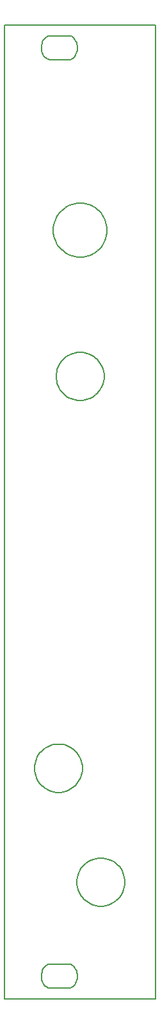
<source format=gm1>
G04 #@! TF.GenerationSoftware,KiCad,Pcbnew,(5.1.10)-1*
G04 #@! TF.CreationDate,2021-10-06T15:16:57-05:00*
G04 #@! TF.ProjectId,Slew Limiter Front Panel,536c6577-204c-4696-9d69-746572204672,rev?*
G04 #@! TF.SameCoordinates,Original*
G04 #@! TF.FileFunction,Profile,NP*
%FSLAX46Y46*%
G04 Gerber Fmt 4.6, Leading zero omitted, Abs format (unit mm)*
G04 Created by KiCad (PCBNEW (5.1.10)-1) date 2021-10-06 15:16:57*
%MOMM*%
%LPD*%
G01*
G04 APERTURE LIST*
G04 #@! TA.AperFunction,Profile*
%ADD10C,0.200000*%
G04 #@! TD*
G04 APERTURE END LIST*
D10*
X150540703Y124909860D02*
X150215594Y124925105D01*
X150863293Y124925105D02*
X150540703Y124909860D01*
X151180780Y124973357D02*
X150863293Y124925105D01*
X151483044Y125052099D02*
X151180780Y124973357D01*
X151775145Y125158768D02*
X151483044Y125052099D01*
X152054543Y125293385D02*
X151775145Y125158768D01*
X152316176Y125450869D02*
X152054543Y125293385D01*
X152560003Y125633761D02*
X152316176Y125450869D01*
X152786065Y125839498D02*
X152560003Y125633761D01*
X152989262Y126065560D02*
X152786065Y125839498D01*
X153172153Y126309387D02*
X152989262Y126065560D01*
X153332156Y126571020D02*
X153172153Y126309387D01*
X153466795Y126847877D02*
X153332156Y126571020D01*
X153573464Y127139978D02*
X153466795Y126847877D01*
X153649665Y127444783D02*
X153573464Y127139978D01*
X153697918Y127759729D02*
X153649665Y127444783D01*
X153715703Y128084860D02*
X153697918Y127759729D01*
X153697918Y128409969D02*
X153715703Y128084860D01*
X153649665Y128724937D02*
X153697918Y128409969D01*
X153573464Y129027201D02*
X153649665Y128724937D01*
X153466795Y129319302D02*
X153573464Y129027201D01*
X153332156Y129598700D02*
X153466795Y129319302D01*
X153172153Y129860312D02*
X153332156Y129598700D01*
X152989262Y130104160D02*
X153172153Y129860312D01*
X152786065Y130330223D02*
X152989262Y130104160D01*
X152560003Y130533419D02*
X152786065Y130330223D01*
X152316176Y130716289D02*
X152560003Y130533419D01*
X152054543Y130876313D02*
X152316176Y130716289D01*
X151775145Y131008390D02*
X152054543Y130876313D01*
X151483044Y131117621D02*
X151775145Y131008390D01*
X151180780Y131193822D02*
X151483044Y131117621D01*
X150863293Y131242075D02*
X151180780Y131193822D01*
X150540703Y131259860D02*
X150863293Y131242075D01*
X150215594Y131242075D02*
X150540703Y131259860D01*
X149900626Y131193822D02*
X150215594Y131242075D01*
X149595821Y131117621D02*
X149900626Y131193822D01*
X149303720Y131008390D02*
X149595821Y131117621D01*
X149026863Y130876313D02*
X149303720Y131008390D01*
X148765251Y130716289D02*
X149026863Y130876313D01*
X148521403Y130533419D02*
X148765251Y130716289D01*
X148295340Y130330223D02*
X148521403Y130533419D01*
X148089604Y130104160D02*
X148295340Y130330223D01*
X147906734Y129860312D02*
X148089604Y130104160D01*
X147749250Y129598700D02*
X147906734Y129860312D01*
X147614633Y129319302D02*
X147749250Y129598700D01*
X147507942Y129027201D02*
X147614633Y129319302D01*
X147429200Y128724937D02*
X147507942Y129027201D01*
X147380948Y128409969D02*
X147429200Y128724937D01*
X147365703Y128084860D02*
X147380948Y128409969D01*
X147380948Y127759729D02*
X147365703Y128084860D01*
X147429200Y127444783D02*
X147380948Y127759729D01*
X147507942Y127139978D02*
X147429200Y127444783D01*
X147614633Y126847877D02*
X147507942Y127139978D01*
X147749250Y126571020D02*
X147614633Y126847877D01*
X147906734Y126309387D02*
X147749250Y126571020D01*
X148089604Y126065560D02*
X147906734Y126309387D01*
X148295340Y125839498D02*
X148089604Y126065560D01*
X148521403Y125633761D02*
X148295340Y125839498D01*
X148765251Y125450869D02*
X148521403Y125633761D01*
X149026863Y125293385D02*
X148765251Y125450869D01*
X149303720Y125158768D02*
X149026863Y125293385D01*
X149595821Y125052099D02*
X149303720Y125158768D01*
X149900626Y124973357D02*
X149595821Y125052099D01*
X150215594Y124925105D02*
X149900626Y124973357D01*
X150174952Y150883038D02*
X150540714Y150900823D01*
X149821895Y150829703D02*
X150174952Y150883038D01*
X149481541Y150740798D02*
X149821895Y150829703D01*
X149156410Y150621426D02*
X149481541Y150740798D01*
X148844004Y150471564D02*
X149156410Y150621426D01*
X148551903Y150293776D02*
X148844004Y150471564D01*
X148277587Y150090558D02*
X148551903Y150293776D01*
X148026117Y149859435D02*
X148277587Y150090558D01*
X147794973Y149607965D02*
X148026117Y149859435D01*
X147591777Y149333649D02*
X147794973Y149607965D01*
X147413988Y149041548D02*
X147591777Y149333649D01*
X147264126Y148729121D02*
X147413988Y149041548D01*
X147144732Y148404012D02*
X147264126Y148729121D01*
X147055849Y148063636D02*
X147144732Y148404012D01*
X147002493Y147710579D02*
X147055849Y148063636D01*
X146984708Y147344817D02*
X147002493Y147710579D01*
X147002493Y146981596D02*
X146984708Y147344817D01*
X147055849Y146628539D02*
X147002493Y146981596D01*
X147144732Y146288185D02*
X147055849Y146628539D01*
X147264126Y145960535D02*
X147144732Y146288185D01*
X147413988Y145650648D02*
X147264126Y145960535D01*
X147591777Y145358547D02*
X147413988Y145650648D01*
X147794973Y145084232D02*
X147591777Y145358547D01*
X148026117Y144830220D02*
X147794973Y145084232D01*
X148277587Y144601617D02*
X148026117Y144830220D01*
X148551903Y144395880D02*
X148277587Y144601617D01*
X148844004Y144218091D02*
X148551903Y144395880D01*
X149156410Y144068230D02*
X148844004Y144218091D01*
X149481541Y143948836D02*
X149156410Y144068230D01*
X149821895Y143862493D02*
X149481541Y143948836D01*
X150174952Y143809137D02*
X149821895Y143862493D01*
X150540714Y143788833D02*
X150174952Y143809137D01*
X150903934Y143809137D02*
X150540714Y143788833D01*
X151256992Y143862493D02*
X150903934Y143809137D01*
X151597368Y143948836D02*
X151256992Y143862493D01*
X151925018Y144068230D02*
X151597368Y143948836D01*
X152234904Y144218091D02*
X151925018Y144068230D01*
X152527005Y144395880D02*
X152234904Y144218091D01*
X152801321Y144601617D02*
X152527005Y144395880D01*
X153055310Y144830220D02*
X152801321Y144601617D01*
X153283914Y145084232D02*
X153055310Y144830220D01*
X153489651Y145358547D02*
X153283914Y145084232D01*
X153667461Y145650648D02*
X153489651Y145358547D01*
X153817323Y145960535D02*
X153667461Y145650648D01*
X153936695Y146288185D02*
X153817323Y145960535D01*
X154023059Y146628539D02*
X153936695Y146288185D01*
X154078934Y146981596D02*
X154023059Y146628539D01*
X154096720Y147344817D02*
X154078934Y146981596D01*
X154078934Y147710579D02*
X154096720Y147344817D01*
X154023059Y148063636D02*
X154078934Y147710579D01*
X153936695Y148404012D02*
X154023059Y148063636D01*
X153817323Y148729121D02*
X153936695Y148404012D01*
X153667461Y149041548D02*
X153817323Y148729121D01*
X153489651Y149333649D02*
X153667461Y149041548D01*
X153283914Y149607965D02*
X153489651Y149333649D01*
X153055310Y149859435D02*
X153283914Y149607965D01*
X152801321Y150090558D02*
X153055310Y149859435D01*
X152527005Y150293776D02*
X152801321Y150090558D01*
X152234904Y150471564D02*
X152527005Y150293776D01*
X151925018Y150621426D02*
X152234904Y150471564D01*
X151597368Y150740798D02*
X151925018Y150621426D01*
X151256992Y150829703D02*
X151597368Y150740798D01*
X150903934Y150883038D02*
X151256992Y150829703D01*
X150540714Y150900823D02*
X150903934Y150883038D01*
X150850309Y76466693D02*
X150832524Y76141584D01*
X150832524Y76789283D02*
X150850309Y76466693D01*
X150784271Y77106770D02*
X150832524Y76789283D01*
X150708070Y77409034D02*
X150784271Y77106770D01*
X150601380Y77701135D02*
X150708070Y77409034D01*
X150466763Y77977992D02*
X150601380Y77701135D01*
X150306738Y78239625D02*
X150466763Y77977992D01*
X150123868Y78485993D02*
X150306738Y78239625D01*
X149920672Y78709515D02*
X150123868Y78485993D01*
X149694609Y78915251D02*
X149920672Y78709515D01*
X149450761Y79098143D02*
X149694609Y78915251D01*
X149189149Y79258146D02*
X149450761Y79098143D01*
X148909752Y79390244D02*
X149189149Y79258146D01*
X148617651Y79496913D02*
X148909752Y79390244D01*
X148315387Y79575655D02*
X148617651Y79496913D01*
X148000419Y79623908D02*
X148315387Y79575655D01*
X147675309Y79641693D02*
X148000419Y79623908D01*
X147350178Y79623908D02*
X147675309Y79641693D01*
X147035232Y79575655D02*
X147350178Y79623908D01*
X146730427Y79496913D02*
X147035232Y79575655D01*
X146438326Y79390244D02*
X146730427Y79496913D01*
X146161470Y79258146D02*
X146438326Y79390244D01*
X145899836Y79098143D02*
X146161470Y79258146D01*
X145656010Y78915251D02*
X145899836Y79098143D01*
X145429947Y78709515D02*
X145656010Y78915251D01*
X145224210Y78485993D02*
X145429947Y78709515D01*
X145041319Y78239625D02*
X145224210Y78485993D01*
X144883856Y77977992D02*
X145041319Y78239625D01*
X144749218Y77701135D02*
X144883856Y77977992D01*
X144642549Y77409034D02*
X144749218Y77701135D01*
X144563807Y77106770D02*
X144642549Y77409034D01*
X144515554Y76789283D02*
X144563807Y77106770D01*
X144500309Y76466693D02*
X144515554Y76789283D01*
X144515554Y76141584D02*
X144500309Y76466693D01*
X144563807Y75826616D02*
X144515554Y76141584D01*
X144642549Y75521811D02*
X144563807Y75826616D01*
X144749218Y75229710D02*
X144642549Y75521811D01*
X144883856Y74952853D02*
X144749218Y75229710D01*
X145041319Y74691241D02*
X144883856Y74952853D01*
X145224210Y74444853D02*
X145041319Y74691241D01*
X145429947Y74221330D02*
X145224210Y74444853D01*
X145656010Y74015594D02*
X145429947Y74221330D01*
X145899836Y73832724D02*
X145656010Y74015594D01*
X146161470Y73672699D02*
X145899836Y73832724D01*
X146438326Y73540623D02*
X146161470Y73672699D01*
X146730427Y73433932D02*
X146438326Y73540623D01*
X147035232Y73355190D02*
X146730427Y73433932D01*
X147350178Y73306937D02*
X147035232Y73355190D01*
X147675309Y73291693D02*
X147350178Y73306937D01*
X148000419Y73306937D02*
X147675309Y73291693D01*
X148315387Y73355190D02*
X148000419Y73306937D01*
X148617651Y73433932D02*
X148315387Y73355190D01*
X148909752Y73540623D02*
X148617651Y73433932D01*
X149189149Y73672699D02*
X148909752Y73540623D01*
X149450761Y73832724D02*
X149189149Y73672699D01*
X149694609Y74015594D02*
X149450761Y73832724D01*
X149920672Y74221330D02*
X149694609Y74015594D01*
X150123868Y74444853D02*
X149920672Y74221330D01*
X150306738Y74691241D02*
X150123868Y74444853D01*
X150466763Y74952853D02*
X150306738Y74691241D01*
X150601380Y75229710D02*
X150466763Y74952853D01*
X150708070Y75521811D02*
X150601380Y75229710D01*
X150784271Y75826616D02*
X150708070Y75521811D01*
X150832524Y76141584D02*
X150784271Y75826616D01*
X156454382Y61467996D02*
X156436596Y61142887D01*
X156436596Y61790586D02*
X156454382Y61467996D01*
X156388343Y62108073D02*
X156436596Y61790586D01*
X156312142Y62410337D02*
X156388343Y62108073D01*
X156205452Y62702438D02*
X156312142Y62410337D01*
X156070835Y62979295D02*
X156205452Y62702438D01*
X155910810Y63240928D02*
X156070835Y62979295D01*
X155727940Y63487296D02*
X155910810Y63240928D01*
X155524744Y63710818D02*
X155727940Y63487296D01*
X155298681Y63916555D02*
X155524744Y63710818D01*
X155054833Y64099446D02*
X155298681Y63916555D01*
X154793221Y64259449D02*
X155054833Y64099446D01*
X154513824Y64391547D02*
X154793221Y64259449D01*
X154221723Y64498216D02*
X154513824Y64391547D01*
X153919459Y64576958D02*
X154221723Y64498216D01*
X153604491Y64625211D02*
X153919459Y64576958D01*
X153279382Y64642996D02*
X153604491Y64625211D01*
X152954251Y64625211D02*
X153279382Y64642996D01*
X152639304Y64576958D02*
X152954251Y64625211D01*
X152334500Y64498216D02*
X152639304Y64576958D01*
X152042399Y64391547D02*
X152334500Y64498216D01*
X151765542Y64259449D02*
X152042399Y64391547D01*
X151503909Y64099446D02*
X151765542Y64259449D01*
X151260082Y63916555D02*
X151503909Y64099446D01*
X151034019Y63710818D02*
X151260082Y63916555D01*
X150828282Y63487296D02*
X151034019Y63710818D01*
X150645391Y63240928D02*
X150828282Y63487296D01*
X150487928Y62979295D02*
X150645391Y63240928D01*
X150353290Y62702438D02*
X150487928Y62979295D01*
X150246621Y62410337D02*
X150353290Y62702438D01*
X150167879Y62108073D02*
X150246621Y62410337D01*
X150119626Y61790586D02*
X150167879Y62108073D01*
X150104382Y61467996D02*
X150119626Y61790586D01*
X150119626Y61142887D02*
X150104382Y61467996D01*
X150167879Y60827919D02*
X150119626Y61142887D01*
X150246621Y60523114D02*
X150167879Y60827919D01*
X150353290Y60231013D02*
X150246621Y60523114D01*
X150487928Y59954156D02*
X150353290Y60231013D01*
X150645391Y59692545D02*
X150487928Y59954156D01*
X150828282Y59446156D02*
X150645391Y59692545D01*
X151034019Y59222634D02*
X150828282Y59446156D01*
X151260082Y59016897D02*
X151034019Y59222634D01*
X151503909Y58834027D02*
X151260082Y59016897D01*
X151765542Y58674002D02*
X151503909Y58834027D01*
X152042399Y58541926D02*
X151765542Y58674002D01*
X152334500Y58435235D02*
X152042399Y58541926D01*
X152639304Y58356493D02*
X152334500Y58435235D01*
X152954251Y58308241D02*
X152639304Y58356493D01*
X153279382Y58292996D02*
X152954251Y58308241D01*
X153604491Y58308241D02*
X153279382Y58292996D01*
X153919459Y58356493D02*
X153604491Y58308241D01*
X154221723Y58435235D02*
X153919459Y58356493D01*
X154513824Y58541926D02*
X154221723Y58435235D01*
X154793221Y58674002D02*
X154513824Y58541926D01*
X155054833Y58834027D02*
X154793221Y58674002D01*
X155298681Y59016897D02*
X155054833Y58834027D01*
X155524744Y59222634D02*
X155298681Y59016897D01*
X155727940Y59446156D02*
X155524744Y59222634D01*
X155910810Y59692545D02*
X155727940Y59446156D01*
X156070835Y59954156D02*
X155910810Y59692545D01*
X156205452Y60231013D02*
X156070835Y59954156D01*
X156312142Y60523114D02*
X156205452Y60231013D01*
X156388343Y60827919D02*
X156312142Y60523114D01*
X156436596Y61142887D02*
X156388343Y60827919D01*
X150167319Y49095668D02*
X150164778Y49014385D01*
X150154637Y49336954D02*
X150167319Y49095668D01*
X150113985Y49568098D02*
X150154637Y49336954D01*
X150053028Y49783998D02*
X150113985Y49568098D01*
X149966664Y49984653D02*
X150053028Y49783998D01*
X149862536Y50162463D02*
X149966664Y49984653D01*
X149697430Y50368200D02*
X149862536Y50162463D01*
X149504397Y50525684D02*
X149697430Y50368200D01*
X149291038Y50632353D02*
X149504397Y50525684D01*
X149059893Y50680627D02*
X149291038Y50632353D01*
X148998937Y50683168D02*
X149059893Y50680627D01*
X146585927Y50683168D02*
X148998937Y50683168D01*
X146349701Y50650138D02*
X146585927Y50683168D01*
X146131261Y50558692D02*
X146349701Y50650138D01*
X145933146Y50411371D02*
X146131261Y50558692D01*
X145760418Y50218338D02*
X145933146Y50411371D01*
X145648667Y50045610D02*
X145760418Y50218338D01*
X145557222Y49852577D02*
X145648667Y50045610D01*
X145488643Y49641758D02*
X145557222Y49852577D01*
X145440390Y49415696D02*
X145488643Y49641758D01*
X145417523Y49176929D02*
X145440390Y49415696D01*
X145417523Y49095668D02*
X145417523Y49176929D01*
X145430227Y48854360D02*
X145417523Y49095668D01*
X145470857Y48623216D02*
X145430227Y48854360D01*
X145531836Y48407316D02*
X145470857Y48623216D01*
X145615638Y48209202D02*
X145531836Y48407316D01*
X145719787Y48028851D02*
X145615638Y48209202D01*
X145887434Y47823114D02*
X145719787Y48028851D01*
X146077926Y47665630D02*
X145887434Y47823114D01*
X146293826Y47558961D02*
X146077926Y47665630D01*
X146524970Y47510708D02*
X146293826Y47558961D01*
X146585927Y47508168D02*
X146524970Y47510708D01*
X148998937Y47508168D02*
X146585927Y47508168D01*
X149235141Y47541176D02*
X148998937Y47508168D01*
X149453582Y47632622D02*
X149235141Y47541176D01*
X149651718Y47779943D02*
X149453582Y47632622D01*
X149824425Y47972976D02*
X149651718Y47779943D01*
X149936196Y48145704D02*
X149824425Y47972976D01*
X150025080Y48338737D02*
X149936196Y48145704D01*
X150096200Y48549555D02*
X150025080Y48338737D01*
X150144474Y48775618D02*
X150096200Y48549555D01*
X150164778Y49014385D02*
X150144474Y48775618D01*
X150167319Y171371257D02*
X150164778Y171289975D01*
X150154637Y171612543D02*
X150167319Y171371257D01*
X150113985Y171843688D02*
X150154637Y171612543D01*
X150053028Y172059588D02*
X150113985Y171843688D01*
X149966664Y172260243D02*
X150053028Y172059588D01*
X149862536Y172438053D02*
X149966664Y172260243D01*
X149697430Y172643790D02*
X149862536Y172438053D01*
X149504397Y172801274D02*
X149697430Y172643790D01*
X149291038Y172907942D02*
X149504397Y172801274D01*
X149059893Y172956217D02*
X149291038Y172907942D01*
X148998937Y172958757D02*
X149059893Y172956217D01*
X146585927Y172958757D02*
X148998937Y172958757D01*
X146349701Y172925728D02*
X146585927Y172958757D01*
X146131261Y172834282D02*
X146349701Y172925728D01*
X145933146Y172686961D02*
X146131261Y172834282D01*
X145760418Y172493928D02*
X145933146Y172686961D01*
X145648667Y172321200D02*
X145760418Y172493928D01*
X145557222Y172128167D02*
X145648667Y172321200D01*
X145488643Y171917348D02*
X145557222Y172128167D01*
X145440390Y171691285D02*
X145488643Y171917348D01*
X145417523Y171452519D02*
X145440390Y171691285D01*
X145417523Y171371257D02*
X145417523Y171452519D01*
X145430227Y171129950D02*
X145417523Y171371257D01*
X145470857Y170898806D02*
X145430227Y171129950D01*
X145531836Y170682906D02*
X145470857Y170898806D01*
X145615638Y170484791D02*
X145531836Y170682906D01*
X145719787Y170304441D02*
X145615638Y170484791D01*
X145887434Y170098704D02*
X145719787Y170304441D01*
X146077926Y169941220D02*
X145887434Y170098704D01*
X146293826Y169834551D02*
X146077926Y169941220D01*
X146524970Y169786298D02*
X146293826Y169834551D01*
X146585927Y169783757D02*
X146524970Y169786298D01*
X148998937Y169783757D02*
X146585927Y169783757D01*
X149235141Y169816766D02*
X148998937Y169783757D01*
X149453582Y169908212D02*
X149235141Y169816766D01*
X149651718Y170055532D02*
X149453582Y169908212D01*
X149824425Y170248565D02*
X149651718Y170055532D01*
X149936196Y170421294D02*
X149824425Y170248565D01*
X150025080Y170614327D02*
X149936196Y170421294D01*
X150096200Y170825145D02*
X150025080Y170614327D01*
X150144474Y171051208D02*
X150096200Y170825145D01*
X150164778Y171289975D02*
X150144474Y171051208D01*
X160540695Y174368448D02*
X160540695Y46098456D01*
X140540732Y174368448D02*
X160540695Y174368448D01*
X140540732Y46098456D02*
X140540732Y174368448D01*
X160540695Y46098456D02*
X140540732Y46098456D01*
M02*

</source>
